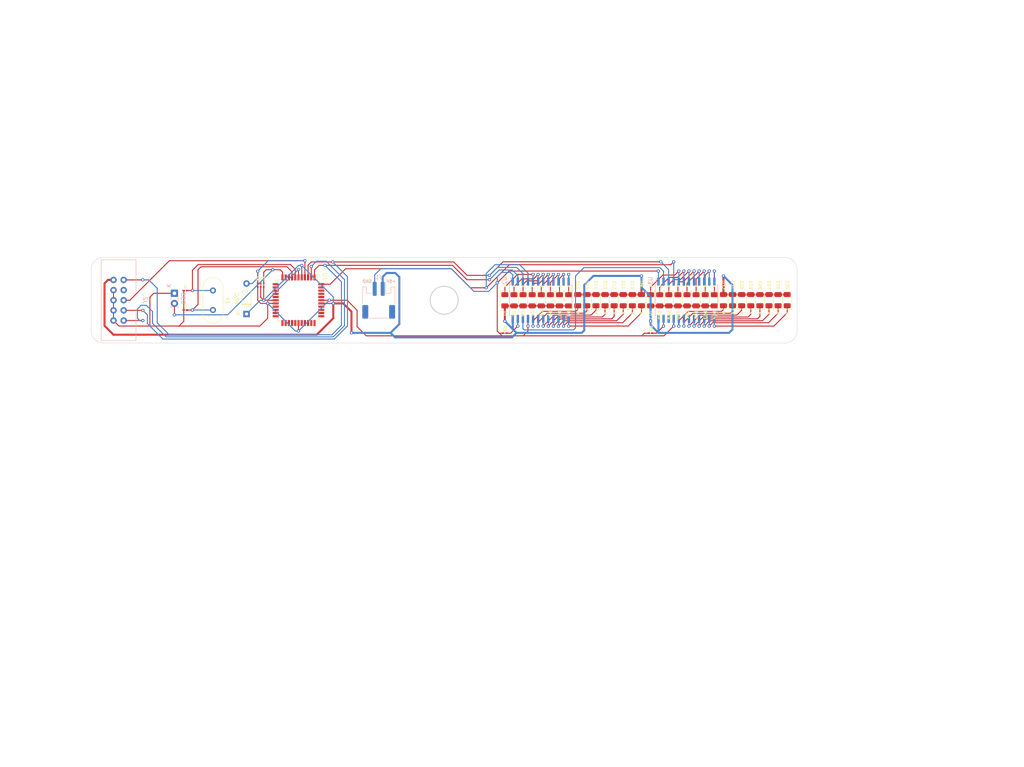
<source format=kicad_pcb>
(kicad_pcb (version 20221018) (generator pcbnew)
  (layers (0 "F.Cu" signal "Top Layer") (31 "B.Cu" signal "Bottom Layer") (34 "B.Paste" user "Bottom Paste") (35 "F.Paste" user "Top Paste") (36 "B.SilkS" user "Bottom Overlay") (37 "F.SilkS" user "Top Overlay") (38 "B.Mask" user "Bottom Solder") (39 "F.Mask" user "Top Solder") (44 "Edge.Cuts" user))
  (net 0 "")
  (net 1 "GND")
  (net 31 "+5V")
  (net 32 "Net-(U1-XTAL2)")
  (net 33 "Net-(U1-XTAL1)")
  (net 34 "Net-(J2-MOSI)")
  (net 36 "Net-(J2-SCK)")
  (net 37 "Net-(J2-MISO)")
  (net 38 "Net-(D1-K)")
  (net 39 "Net-(D2-K)")
  (net 40 "Net-(D3-K)")
  (net 41 "Net-(D4-K)")
  (net 42 "Net-(D5-K)")
  (net 43 "Net-(D6-K)")
  (net 44 "Net-(D7-K)")
  (net 45 "Net-(D8-K)")
  (net 46 "Net-(D9-K)")
  (net 47 "Net-(D10-K)")
  (net 48 "Net-(D11-K)")
  (net 49 "Net-(D12-K)")
  (net 50 "Net-(D13-K)")
  (net 51 "Net-(D14-K)")
  (net 52 "Net-(D15-K)")
  (net 53 "Net-(D16-K)")
  (net 54 "Net-(D17-K)")
  (net 55 "Net-(D18-K)")
  (net 56 "Net-(D19-K)")
  (net 57 "Net-(D20-K)")
  (net 58 "Net-(D21-K)")
  (net 59 "Net-(D22-K)")
  (net 60 "Net-(D23-K)")
  (net 61 "Net-(D24-K)")
  (net 62 "Net-(D25-K)")
  (net 63 "Net-(D26-K)")
  (net 64 "Net-(D27-K)")
  (net 65 "Net-(D28-K)")
  (net 66 "Net-(D29-K)")
  (net 67 "Net-(D30-K)")
  (net 68 "Net-(D31-K)")
  (net 69 "Net-(D32-K)")
  (net 70 "Net-(U2-RSET)")
  (net 71 "Net-(U3-RSET)")
  (net 72 "Net-(U1-PB4)")
  (net 73 "Net-(U2-SOUT)")
  (net 75 "Net-(D34-A)")
  (net 76 "Net-(D33-A)")
  (footprint "Resistor_SMD:R_0201_0603Metric_Pad0.64x0.40mm_HandSolder" (layer "F.Cu") (at 104.33861 80.86 90)
    (fp_text reference "R7")
    (fp_text value "10k")
  )
  (footprint "LED_SMD:LED_1206_3216Metric" (layer "F.Cu") (at 164.60861 84.66008 -90)
    (fp_text reference "D1")
    (fp_text value "LED")
  )
  (footprint "LED_SMD:LED_1206_3216Metric" (layer "F.Cu") (at 205.578932 84.66008 -90)
    (fp_text reference "D19")
    (fp_text value "LED")
  )
  (footprint "LED_SMD:LED_1206_3216Metric" (layer "F.Cu") (at 173.713126 84.66008 -90)
    (fp_text reference "D5")
    (fp_text value "LED")
  )
  (footprint "LED_SMD:LED_1206_3216Metric" (layer "F.Cu") (at 223.787964 84.62008 90)
    (fp_text reference "D30")
    (fp_text value "LED")
  )
  (footprint "LED_SMD:LED_1206_3216Metric" (layer "F.Cu") (at 219.235706 84.62008 90)
    (fp_text reference "D32")
    (fp_text value "LED")
  )
  (footprint "LED_SMD:LED_1206_3216Metric" (layer "F.Cu") (at 221.511835 84.62008 90)
    (fp_text reference "D31")
    (fp_text value "LED")
  )
  (footprint "LED_SMD:LED_1206_3216Metric" (layer "F.Cu") (at 198.750545 84.62008 90)
    (fp_text reference "D9")
    (fp_text value "LED")
  )
  (footprint "Diode_THT:D_DO-35_SOD27_P7.62mm_Horizontal" (layer "F.Cu") (at 100.05361 88.08 90)
    (fp_text reference "D34")
    (fp_text value "1N4148")
  )
  (footprint "Crystal:Crystal_HC49-4H_Vertical" (layer "F.Cu") (at 91.66361 87.09008 90)
    (fp_text reference "Y1")
    (fp_text value "Crystal")
  )
  (footprint "LED_SMD:LED_1206_3216Metric" (layer "F.Cu") (at 169.160868 84.66008 -90)
    (fp_text reference "D3")
    (fp_text value "LED")
  )
  (footprint "Resistor_SMD:R_0201_0603Metric_Pad0.64x0.40mm_HandSolder" (layer "F.Cu") (at 164.60861 92.88 180)
    (fp_text reference "R5")
    (fp_text value "22k")
  )
  (footprint "Resistor_SMD:R_0201_0603Metric_Pad0.64x0.40mm_HandSolder" (layer "F.Cu") (at 103.59111 80.86 90)
    (fp_text reference "R8")
    (fp_text value "10k")
  )
  (footprint "LED_SMD:LED_1206_3216Metric" (layer "F.Cu") (at 230.616351 84.62008 90)
    (fp_text reference "D27")
    (fp_text value "LED")
  )
  (footprint "LED_SMD:LED_1206_3216Metric" (layer "F.Cu") (at 201.026674 84.66008 -90)
    (fp_text reference "D17")
    (fp_text value "LED")
  )
  (footprint "LED_SMD:LED_1206_3216Metric" (layer "F.Cu") (at 166.884739 84.66008 -90)
    (fp_text reference "D2")
    (fp_text value "LED")
  )
  (footprint "LED_SMD:LED_1206_3216Metric" (layer "F.Cu") (at 189.646029 84.62008 90)
    (fp_text reference "D13")
    (fp_text value "LED")
  )
  (footprint "Capacitor_SMD:C_0201_0603Metric_Pad0.64x0.40mm_HandSolder" (layer "F.Cu") (at 102.84361 80.86 -90)
    (fp_text reference "C6")
    (fp_text value "100nF")
  )
  (footprint "LED_SMD:LED_1206_3216Metric" (layer "F.Cu") (at 191.922158 84.62008 90)
    (fp_text reference "D12")
    (fp_text value "LED")
  )
  (footprint "Package_QFP:TQFP-44_10x10mm_P0.8mm" (layer "F.Cu") (at 113.03861 84.64008 -90)
    (fp_text reference "U1")
    (fp_text value "ATmega32-16A")
  )
  (footprint "LED_SMD:LED_1206_3216Metric" (layer "F.Cu") (at 207.855061 84.66008 -90)
    (fp_text reference "D20")
    (fp_text value "LED")
  )
  (footprint "LED_SMD:LED_1206_3216Metric" (layer "F.Cu") (at 228.340222 84.62008 90)
    (fp_text reference "D28")
    (fp_text value "LED")
  )
  (footprint "LED_SMD:LED_1206_3216Metric" (layer "F.Cu") (at 182.817642 84.62008 90)
    (fp_text reference "D16")
    (fp_text value "LED")
  )
  (footprint "LED_SMD:LED_1206_3216Metric" (layer "F.Cu") (at 212.407319 84.66008 -90)
    (fp_text reference "D22")
    (fp_text value "LED")
  )
  (footprint "LED_SMD:LED_1206_3216Metric" (layer "F.Cu") (at 196.474416 84.62008 90)
    (fp_text reference "D10")
    (fp_text value "LED")
  )
  (footprint "LED_SMD:LED_1206_3216Metric" (layer "F.Cu") (at 187.3699 84.62008 90)
    (fp_text reference "D14")
    (fp_text value "LED")
  )
  (footprint "LED_SMD:LED_1206_3216Metric" (layer "F.Cu") (at 226.064093 84.62008 90)
    (fp_text reference "D29")
    (fp_text value "LED")
  )
  (footprint "LED_SMD:LED_1206_3216Metric" (layer "F.Cu") (at 235.168609 84.62008 90)
    (fp_text reference "D25")
    (fp_text value "LED")
  )
  (footprint "LED_SMD:LED_1206_3216Metric" (layer "F.Cu") (at 216.959577 84.66008 -90)
    (fp_text reference "D24")
    (fp_text value "LED")
  )
  (footprint "LED_SMD:LED_1206_3216Metric" (layer "F.Cu") (at 203.302803 84.66008 -90)
    (fp_text reference "D18")
    (fp_text value "LED")
  )
  (footprint "LED_SMD:LED_1206_3216Metric" (layer "F.Cu") (at 180.541513 84.66008 -90)
    (fp_text reference "D8")
    (fp_text value "LED")
  )
  (footprint "LED_SMD:LED_1206_3216Metric" (layer "F.Cu") (at 175.989255 84.66008 -90)
    (fp_text reference "D6")
    (fp_text value "LED")
  )
  (footprint "Resistor_SMD:R_0201_0603Metric_Pad0.64x0.40mm_HandSolder" (layer "F.Cu") (at 201.026674 92.88 180)
    (fp_text reference "R6")
    (fp_text value "22k")
  )
  (footprint "Capacitor_SMD:C_0201_0603Metric_Pad0.64x0.40mm_HandSolder" (layer "F.Cu") (at 84.77 82.22 180)
    (fp_text reference "C5")
    (fp_text value "22p")
  )
  (footprint "LED_SMD:LED_1206_3216Metric" (layer "F.Cu") (at 178.265384 84.66008 -90)
    (fp_text reference "D7")
    (fp_text value "LED")
  )
  (footprint "LED_SMD:LED_1206_3216Metric" (layer "F.Cu") (at 214.683448 84.66008 -90)
    (fp_text reference "D23")
    (fp_text value "LED")
  )
  (footprint "LED_SMD:LED_1206_3216Metric" (layer "F.Cu") (at 232.89248 84.62008 90)
    (fp_text reference "D26")
    (fp_text value "LED")
  )
  (footprint "LED_SMD:LED_1206_3216Metric" (layer "F.Cu") (at 185.093771 84.62008 90)
    (fp_text reference "D15")
    (fp_text value "LED")
  )
  (footprint "LED_SMD:LED_1206_3216Metric" (layer "F.Cu") (at 210.13119 84.66008 -90)
    (fp_text reference "D21")
    (fp_text value "LED")
  )
  (footprint "LED_SMD:LED_1206_3216Metric" (layer "F.Cu") (at 194.198287 84.62008 90)
    (fp_text reference "D11")
    (fp_text value "LED")
  )
  (footprint "Capacitor_SMD:C_0201_0603Metric_Pad0.64x0.40mm_HandSolder" (layer "F.Cu") (at 84.77 87.09008 180)
    (fp_text reference "C4")
    (fp_text value "22p")
  )
  (footprint "LED_SMD:LED_1206_3216Metric" (layer "F.Cu") (at 171.436997 84.66008 -90)
    (fp_text reference "D4")
    (fp_text value "LED")
  )
  (footprint "Package_SO:SOIC-24W_7.5x15.4mm_P1.27mm" (layer "B.Cu") (at 173.56361 84.64008 -90)
    (fp_text reference "U2")
    (fp_text value "CAT4016Y")
  )
  (footprint "Connectors:ISP-10" (layer "B.Cu") (at 68.07861 84.64008 -90)
    (fp_text reference "J2")
    (fp_text value "AVR-ISP-10")
  )
  (footprint "LED_THT:LED_SideEmitter_Rectangular_W4.5mm_H1.6mm" (layer "B.Cu") (at 82.03861 82.905 -90)
    (fp_text reference "D33")
    (fp_text value "IRL81A")
  )
  (footprint "Package_SO:SOIC-24W_7.5x15.4mm_P1.27mm" (layer "B.Cu") (at 209.98361 84.64008 -90)
    (fp_text reference "U3")
    (fp_text value "CAT4016Y")
  )
  (footprint "Connector_JST:JST_PH_S2B-PH-SM4-TB_1x02-1MP_P2.00mm_Horizontal" (layer "B.Cu") (at 133.08 84.64008 180)
    (fp_text reference "J1")
    (fp_text value "Barrel_Jack")
  )
  (gr_line (start 64.29461 95.34008) (end 234.57861 95.34008) (stroke (width 0.1)) (layer "Edge.Cuts"))
  (gr_arc (start 234.57861 73.94008) (mid 236.749428 74.839262) (end 237.64861 77.01008) (stroke (width 0.1)) (layer "Edge.Cuts"))
  (gr_line (start 61.22461 77.01008) (end 61.22461 92.27008) (stroke (width 0.1)) (layer "Edge.Cuts"))
  (gr_arc (start 61.22461 77.01008) (mid 62.123792 74.839262) (end 64.29461 73.94008) (stroke (width 0.1)) (layer "Edge.Cuts"))
  (gr_arc (start 237.64861 92.27008) (mid 236.749428 94.440898) (end 234.57861 95.34008) (stroke (width 0.1)) (layer "Edge.Cuts"))
  (gr_arc (start 64.29461 95.34008) (mid 62.123792 94.440898) (end 61.22461 92.27008) (stroke (width 0.1)) (layer "Edge.Cuts"))
  (gr_line (start 234.57861 73.94008) (end 64.29461 73.94008) (stroke (width 0.1)) (layer "Edge.Cuts"))
  (gr_line (start 237.64861 77.01008) (end 237.64861 92.27008) (stroke (width 0.1)) (layer "Edge.Cuts"))
  (gr_circle (center 149.43661 84.64008) (end 152.93661 84.64008) (stroke (width 0.25)) (fill none) (layer "Edge.Cuts"))
  (gr_text "K" (at 80.66 81 90) (layer "B.SilkS") (effects (font (size 1 1) (thickness 0.15) bold)))
  (gr_text "GND" (at 130.2 79.92) (layer "B.SilkS") (effects (font (size 0.75 0.75) (thickness 0.15) bold) (justify mirror)))
  (gr_text "+5V" (at 136.26 79.92) (layer "B.SilkS") (effects (font (size 0.75 0.75) (thickness 0.15) bold) (justify mirror)))
  (gr_text "K" (at 175.98361 81.257143 270) (layer "F.SilkS") (effects (font (size 0.75 0.75) (thickness 0.15) bold)))
  (gr_text "K" (at 171.45361 81.257143 270) (layer "F.SilkS") (effects (font (size 0.75 0.75) (thickness 0.15) bold)))
  (gr_text "K" (at 178.27361 81.257143 270) (layer "F.SilkS") (effects (font (size 0.75 0.75) (thickness 0.15) bold)))
  (gr_text "K" (at 198.75361 87.928571 270) (layer "F.SilkS") (effects (font (size 0.75 0.75) (thickness 0.15) bold)))
  (gr_text "K" (at 203.31361 81.21 270) (layer "F.SilkS") (effects (font (size 0.75 0.75) (thickness 0.15) bold)))
  (gr_text "K" (at 191.95361 87.928571 270) (layer "F.SilkS") (effects (font (size 0.75 0.75) (thickness 0.15) bold)))
  (gr_text "K" (at 216.97361 81.21 270) (layer "F.SilkS") (effects (font (size 0.75 0.75) (thickness 0.15) bold)))
  (gr_text "K" (at 214.68361 81.21 270) (layer "F.SilkS") (effects (font (size 0.75 0.75) (thickness 0.15) bold)))
  (gr_text "K" (at 187.36361 87.928571 270) (layer "F.SilkS") (effects (font (size 0.75 0.75) (thickness 0.15) bold)))
  (gr_text "K" (at 173.71361 81.257143 270) (layer "F.SilkS") (effects (font (size 0.75 0.75) (thickness 0.15) bold)))
  (gr_text "K" (at 230.62361 87.928571 270) (layer "F.SilkS") (effects (font (size 0.75 0.75) (thickness 0.15) bold)))
  (gr_text "K" (at 180.53361 81.257143 270) (layer "F.SilkS") (effects (font (size 0.75 0.75) (thickness 0.15) bold)))
  (gr_text "K" (at 205.58361 81.21 270) (layer "F.SilkS") (effects (font (size 0.75 0.75) (thickness 0.15) bold)))
  (gr_text "K" (at 210.14361 81.21 270) (layer "F.SilkS") (effects (font (size 0.75 0.75) (thickness 0.15) bold)))
  (gr_text "K" (at 223.78361 87.928571 270) (layer "F.SilkS") (effects (font (size 0.75 0.75) (thickness 0.15) bold)))
  (gr_text "K" (at 194.18361 87.928571 270) (layer "F.SilkS") (effects (font (size 0.75 0.75) (thickness 0.15) bold)))
  (gr_text "K" (at 196.47361 87.928571 270) (layer "F.SilkS") (effects (font (size 0.75 0.75) (thickness 0.15) bold)))
  (gr_text "K" (at 232.89361 87.928571 270) (layer "F.SilkS") (effects (font (size 0.75 0.75) (thickness 0.15) bold)))
  (gr_text "K" (at 221.52361 87.928571 270) (layer "F.SilkS") (effects (font (size 0.75 0.75) (thickness 0.15) bold)))
  (gr_text "K" (at 164.62361 81.257143 270) (layer "F.SilkS") (effects (font (size 0.75 0.75) (thickness 0.15) bold)))
  (gr_text "K" (at 166.87361 81.257143 270) (layer "F.SilkS") (effects (font (size 0.75 0.75) (thickness 0.15) bold)))
  (gr_text "K" (at 207.85361 81.21 270) (layer "F.SilkS") (effects (font (size 0.75 0.75) (thickness 0.15) bold)))
  (gr_text "K" (at 212.41361 81.21 270) (layer "F.SilkS") (effects (font (size 0.75 0.75) (thickness 0.15) bold)))
  (gr_text "K" (at 219.23361 87.928571 270) (layer "F.SilkS") (effects (font (size 0.75 0.75) (thickness 0.15) bold)))
  (gr_text "K" (at 235.18361 87.928571 270) (layer "F.SilkS") (effects (font (size 0.75 0.75) (thickness 0.15) bold)))
  (gr_text "K" (at 185.11361 87.928571 270) (layer "F.SilkS") (effects (font (size 0.75 0.75) (thickness 0.15) bold)))
  (gr_text "K" (at 182.83361 87.928571 270) (layer "F.SilkS") (effects (font (size 0.75 0.75) (thickness 0.15) bold)))
  (gr_text "K" (at 189.68361 87.928571 270) (layer "F.SilkS") (effects (font (size 0.75 0.75) (thickness 0.15) bold)))
  (gr_text "K" (at 201.01361 81.21 270) (layer "F.SilkS") (effects (font (size 0.75 0.75) (thickness 0.15) bold)))
  (gr_text "K" (at 228.35361 87.928571 270) (layer "F.SilkS") (effects (font (size 0.75 0.75) (thickness 0.15) bold)))
  (gr_text "K" (at 226.03361 87.928571 270) (layer "F.SilkS") (effects (font (size 0.75 0.75) (thickness 0.15) bold)))
  (gr_text "K" (at 169.14361 81.257143 270) (layer "F.SilkS") (effects (font (size 0.75 0.75) (thickness 0.15) bold)))
  (segment (start 127.69 87.16) (end 127.69 91.26) (width 0.25) (layer "F.Cu") (net 1))
  (segment (start 66.80861 84.64008) (end 66.80861 87.18008) (width 0.25) (layer "F.Cu") (net 1))
  (segment (start 75.9 83.88) (end 76.875 82.905) (width 0.25) (layer "F.Cu") (net 1))
  (segment (start 102.84361 84.67) (end 103.61369 85.44008) (width 0.25) (layer "F.Cu") (net 1))
  (segment (start 170.38861 91.1) (end 170.38861 92.335) (width 0.25) (layer "F.Cu") (net 1))
  (segment (start 103.38361 91.1) (end 105.33861 89.145) (width 0.25) (layer "F.Cu") (net 1))
  (segment (start 163.91361 93.55) (end 162.71361 92.35) (width 0.25) (layer "F.Cu") (net 1))
  (segment (start 75.92 91.1) (end 83.17 91.1) (width 0.25) (layer "F.Cu") (net 1))
  (segment (start 162.71361 92.35) (end 162.71361 80.28) (width 0.25) (layer "F.Cu") (net 1))
  (segment (start 84.3625 87.09008) (end 84.3625 89.9075) (width 0.25) (layer "F.Cu") (net 1))
  (segment (start 83.17 91.1) (end 103.38361 91.1) (width 0.25) (layer "F.Cu") (net 1))
  (segment (start 105.33861 89.145) (end 105.33861 85.44008) (width 0.25) (layer "F.Cu") (net 1))
  (segment (start 84.3625 89.9075) (end 83.17 91.1) (width 0.25) (layer "F.Cu") (net 1))
  (segment (start 198.80361 93.55) (end 169.17361 93.55) (width 0.25) (layer "F.Cu") (net 1))
  (segment (start 75.9 91.08) (end 75.9 83.88) (width 0.25) (layer "F.Cu") (net 1))
  (segment (start 204.35861 93.55) (end 198.80361 93.55) (width 0.25) (layer "F.Cu") (net 1))
  (segment (start 84.3625 82.22) (end 84.3625 87.09008) (width 0.25) (layer "F.Cu") (net 1))
  (segment (start 125.17008 84.64008) (end 127.69 87.16) (width 0.25) (layer "F.Cu") (net 1))
  (segment (start 76.875 82.905) (end 82.03861 82.905) (width 0.25) (layer "F.Cu") (net 1))
  (segment (start 103.61369 85.44008) (end 105.33861 85.44008) (width 0.25) (layer "F.Cu") (net 1))
  (segment (start 113.03861 76.94008) (end 113.03861 78.94008) (width 0.25) (layer "F.Cu") (net 1))
  (segment (start 75.92 91.1) (end 75.9 91.08) (width 0.25) (layer "F.Cu") (net 1))
  (segment (start 164.20111 92.88) (end 163.24361 92.88) (width 0.25) (layer "F.Cu") (net 1))
  (segment (start 129.98 93.55) (end 169.17361 93.55) (width 0.25) (layer "F.Cu") (net 1))
  (segment (start 66.80861 89.72008) (end 68.18853 91.1) (width 0.25) (layer "F.Cu") (net 1))
  (segment (start 113.03861 92.34008) (end 113.03861 90.34008) (width 0.25) (layer "F.Cu") (net 1))
  (segment (start 170.38861 92.335) (end 169.17361 93.55) (width 0.25) (layer "F.Cu") (net 1))
  (segment (start 68.18853 91.1) (end 75.92 91.1) (width 0.25) (layer "F.Cu") (net 1))
  (segment (start 66.80861 82.10008) (end 66.80861 84.64008) (width 0.25) (layer "F.Cu") (net 1))
  (segment (start 120.73861 84.64008) (end 125.17008 84.64008) (width 0.25) (layer "F.Cu") (net 1))
  (segment (start 127.69 91.26) (end 129.98 93.55) (width 0.25) (layer "F.Cu") (net 1))
  (segment (start 120.73861 84.64008) (end 118.73861 84.64008) (width 0.25) (layer "F.Cu") (net 1))
  (segment (start 102.84361 81.2675) (end 102.84361 84.67) (width 0.25) (layer "F.Cu") (net 1))
  (segment (start 162.71361 80.28) (end 165.64361 77.35) (width 0.25) (layer "F.Cu") (net 1))
  (segment (start 107.33861 85.44008) (end 105.33861 85.44008) (width 0.25) (layer "F.Cu") (net 1))
  (segment (start 66.80861 87.18008) (end 66.80861 89.72008) (width 0.25) (layer "F.Cu") (net 1))
  (segment (start 200.619174 92.88) (end 199.47361 92.88) (width 0.25) (layer "F.Cu") (net 1))
  (segment (start 199.47361 92.88) (end 198.80361 93.55) (width 0.25) (layer "F.Cu") (net 1))
  (segment (start 206.80861 91.1) (end 204.35861 93.55) (width 0.25) (layer "F.Cu") (net 1))
  (segment (start 165.64361 77.35) (end 202.96861 77.35) (width 0.25) (layer "F.Cu") (net 1))
  (via (at 206.80861 91.1) (size 0.8) (drill 0.4) (layers "F.Cu" "B.Cu") (net 1))
  (via (at 162.71361 80.28) (size 0.8) (drill 0.4) (layers "F.Cu" "B.Cu") (net 1))
  (via (at 113.03861 76.94008) (size 0.8) (drill 0.4) (layers "F.Cu" "B.Cu") (net 1))
  (via (at 202.96861 77.35) (size 0.8) (drill 0.4) (layers "F.Cu" "B.Cu") (net 1))
  (via (at 105.33861 85.44008) (size 0.8) (drill 0.4) (layers "F.Cu" "B.Cu") (net 1))
  (via (at 113.03861 92.34008) (size 0.8) (drill 0.4) (layers "F.Cu" "B.Cu") (net 1))
  (via (at 120.73861 84.64008) (size 0.8) (drill 0.4) (layers "F.Cu" "B.Cu") (net 1))
  (via (at 170.38861 91.1) (size 0.8) (drill 0.4) (layers "F.Cu" "B.Cu") (net 1))
  (segment (start 160.56361 82.43) (end 162.71361 80.28) (width 0.25) (layer "B.Cu") (net 1))
  (segment (start 165.99361 77.7) (end 163.78361 77.7) (width 0.25) (layer "B.Cu") (net 1))
  (segment (start 166.57861 78.285) (end 165.99361 77.7) (width 0.25) (layer "B.Cu") (net 1))
  (segment (start 206.80861 91.1) (end 206.80861 89.29008) (width 0.25) (layer "B.Cu") (net 1))
  (segment (start 120.73861 84.64008) (end 113.03861 92.34008) (width 0.25) (layer "B.Cu") (net 1))
  (segment (start 156.88 82.43) (end 160.56361 82.43) (width 0.25) (layer "B.Cu") (net 1))
  (segment (start 105.33861 85.44008) (end 105.33861 84.64008) (width 0.25) (layer "B.Cu") (net 1))
  (segment (start 113.03861 92.34008) (end 112.23861 92.34008) (width 0.25) (layer "B.Cu") (net 1))
  (segment (start 132.08 78.3) (end 133.62 76.76) (width 0.25) (layer "B.Cu") (net 1))
  (segment (start 163.78361 77.7) (end 162.71361 78.77) (width 0.25) (layer "B.Cu") (net 1))
  (segment (start 132.08 81.79008) (end 132.08 78.3) (width 0.25) (layer "B.Cu") (net 1))
  (segment (start 112.23861 92.34008) (end 105.33861 85.44008) (width 0.25) (layer "B.Cu") (net 1))
  (segment (start 162.71361 78.77) (end 162.71361 80.28) (width 0.25) (layer "B.Cu") (net 1))
  (segment (start 133.62 76.76) (end 151.21 76.76) (width 0.25) (layer "B.Cu") (net 1))
  (segment (start 170.38861 89.29008) (end 170.38861 91.1) (width 0.25) (layer "B.Cu") (net 1))
  (segment (start 166.57861 79.99008) (end 166.57861 78.285) (width 0.25) (layer "B.Cu") (net 1))
  (segment (start 151.21 76.76) (end 156.88 82.43) (width 0.25) (layer "B.Cu") (net 1))
  (segment (start 202.99861 79.99008) (end 202.99861 77.38) (width 0.25) (layer "B.Cu") (net 1))
  (segment (start 105.33861 84.64008) (end 113.03861 76.94008) (width 0.25) (layer "B.Cu") (net 1))
  (segment (start 202.99861 77.38) (end 202.96861 77.35) (width 0.25) (layer "B.Cu") (net 1))
  (segment (start 194.198287 83.22008) (end 196.474416 83.22008) (width 0.5) (layer "F.Cu") (net 31))
  (segment (start 219.235706 83.22008) (end 221.511835 83.22008) (width 0.5) (layer "F.Cu") (net 31))
  (segment (start 103.59111 83.9025) (end 104.33861 84.65) (width 0.25) (layer "F.Cu") (net 31))
  (segment (start 223.787964 83.22008) (end 226.064093 83.22008) (width 0.5) (layer "F.Cu") (net 31))
  (segment (start 107.33861 84.64008) (end 104.34853 84.64008) (width 0.25) (layer "F.Cu") (net 31))
  (segment (start 230.616351 83.22008) (end 228.340222 83.22008) (width 0.5) (layer "F.Cu") (net 31))
  (segment (start 203.302803 86.06008) (end 205.578932 86.06008) (width 0.5) (layer "F.Cu") (net 31))
  (segment (start 221.511835 83.22008) (end 223.787964 83.22008) (width 0.5) (layer "F.Cu") (net 31))
  (segment (start 212.407319 86.06008) (end 210.13119 86.06008) (width 0.5) (layer "F.Cu") (net 31))
  (segment (start 64.56361 91.03) (end 64.56361 80.42) (width 0.5) (layer "F.Cu") (net 31))
  (segment (start 65.42353 79.56008) (end 66.80861 79.56008) (width 0.5) (layer "F.Cu") (net 31))
  (segment (start 235.168609 83.22008) (end 232.89248 83.22008) (width 0.5) (layer "F.Cu") (net 31))
  (segment (start 198.750545 83.22008) (end 196.474416 83.22008) (width 0.5) (layer "F.Cu") (net 31))
  (segment (start 185.093771 83.22008) (end 187.3699 83.22008) (width 0.5) (layer "F.Cu") (net 31))
  (segment (start 191.922158 83.22008) (end 194.198287 83.22008) (width 0.5) (layer "F.Cu") (net 31))
  (segment (start 66.79361 93.26) (end 64.56361 91.03) (width 0.5) (layer "F.Cu") (net 31))
  (segment (start 232.89248 83.22008) (end 230.616351 83.22008) (width 0.5) (layer "F.Cu") (net 31))
  (segment (start 121.73861 85.44008) (end 124.22369 85.44008) (width 0.5) (layer "F.Cu") (net 31))
  (segment (start 201.026674 86.06008) (end 203.302803 86.06008) (width 0.5) (layer "F.Cu") (net 31))
  (segment (start 121.73861 85.44008) (end 118.73861 85.44008) (width 0.25) (layer "F.Cu") (net 31))
  (segment (start 210.13119 86.06008) (end 207.855061 86.06008) (width 0.5) (layer "F.Cu") (net 31))
  (segment (start 228.340222 83.22008) (end 226.064093 83.22008) (width 0.5) (layer "F.Cu") (net 31))
  (segment (start 180.541513 86.06008) (end 178.265384 86.06008) (width 0.5) (layer "F.Cu") (net 31))
  (segment (start 207.855061 86.06008) (end 205.578932 86.06008) (width 0.5) (layer "F.Cu") (net 31))
  (segment (start 166.884739 86.06008) (end 169.160868 86.06008) (width 0.5) (layer "F.Cu") (net 31))
  (segment (start 171.436997 86.06008) (end 173.713126 86.06008) (width 0.5) (layer "F.Cu") (net 31))
  (segment (start 198.750545 83.22008) (end 198.750545 78.56) (width 0.5) (layer "F.Cu") (net 31))
  (segment (start 117.61361 93.26) (end 66.79361 93.26) (width 0.5) (layer "F.Cu") (net 31))
  (segment (start 216.959577 86.06008) (end 214.683448 86.06008) (width 0.5) (layer "F.Cu") (net 31))
  (segment (start 182.817642 83.22008) (end 185.093771 83.22008) (width 0.5) (layer "F.Cu") (net 31))
  (segment (start 219.235706 83.22008) (end 219.235706 78.56) (width 0.5) (layer "F.Cu") (net 31))
  (segment (start 214.683448 86.06008) (end 212.407319 86.06008) (width 0.5) (layer "F.Cu") (net 31))
  (segment (start 173.713126 86.06008) (end 175.989255 86.06008) (width 0.5) (layer "F.Cu") (net 31))
  (segment (start 121.73861 85.44008) (end 121.73861 89.135) (width 0.5) (layer "F.Cu") (net 31))
  (segment (start 113.83861 78.94008) (end 113.83861 75.94008) (width 0.25) (layer "F.Cu") (net 31))
  (segment (start 189.646029 83.22008) (end 191.922158 83.22008) (width 0.5) (layer "F.Cu") (net 31))
  (segment (start 175.989255 86.06008) (end 178.265384 86.06008) (width 0.5) (layer "F.Cu") (net 31))
  (segment (start 187.3699 83.22008) (end 189.646029 83.22008) (width 0.5) (layer "F.Cu") (net 31))
  (segment (start 201.026674 89.88) (end 201.026674 86.06008) (width 0.5) (layer "F.Cu") (net 31))
  (segment (start 121.73861 89.135) (end 117.61361 93.26) (width 0.5) (layer "F.Cu") (net 31))
  (segment (start 103.59111 81.2675) (end 103.59111 83.9025) (width 0.25) (layer "F.Cu") (net 31))
  (segment (start 64.56361 80.42) (end 65.42353 79.56008) (width 0.5) (layer "F.Cu") (net 31))
  (segment (start 169.160868 86.06008) (end 171.436997 86.06008) (width 0.5) (layer "F.Cu") (net 31))
  (segment (start 104.33861 81.2675) (end 104.33861 84.65) (width 0.25) (layer "F.Cu") (net 31))
  (segment (start 164.60861 86.06008) (end 164.60861 89.88) (width 0.5) (layer "F.Cu") (net 31))
  (segment (start 104.34853 84.64008) (end 104.33861 84.65) (width 0.25) (layer "F.Cu") (net 31))
  (segment (start 126.27361 87.49) (end 126.27361 92.79) (width 0.5) (layer "F.Cu") (net 31))
  (segment (start 164.60861 86.06008) (end 166.884739 86.06008) (width 0.5) (layer "F.Cu") (net 31))
  (segment (start 124.22369 85.44008) (end 126.27361 87.49) (width 0.5) (layer "F.Cu") (net 31))
  (via (at 201.026674 89.88) (size 0.8) (drill 0.4) (layers "F.Cu" "B.Cu") (net 31))
  (via (at 121.73861 85.44008) (size 0.8) (drill 0.4) (layers "F.Cu" "B.Cu") (net 31))
  (via (at 104.33861 84.65) (size 0.8) (drill 0.4) (layers "F.Cu" "B.Cu") (net 31))
  (via (at 126.27361 92.79) (size 0.8) (drill 0.4) (layers "F.Cu" "B.Cu") (net 31))
  (via (at 198.750545 78.56) (size 0.8) (drill 0.4) (layers "F.Cu" "B.Cu") (net 31))
  (via (at 164.60861 89.88) (size 0.8) (drill 0.4) (layers "F.Cu" "B.Cu") (net 31))
  (via (at 113.83861 75.94008) (size 0.8) (drill 0.4) (layers "F.Cu" "B.Cu") (net 31))
  (via (at 219.235706 78.56) (size 0.8) (drill 0.4) (layers "F.Cu" "B.Cu") (net 31))
  (segment (start 137.19 93.94) (end 166.36861 93.94) (width 0.5) (layer "B.Cu") (net 31))
  (segment (start 121.73861 83.84008) (end 113.83861 75.94008) (width 0.25) (layer "B.Cu") (net 31))
  (segment (start 221.49861 91.93) (end 220.62861 92.8) (width 0.5) (layer "B.Cu") (net 31))
  (segment (start 135.06 77.83) (end 137.23 77.83) (width 0.5) (layer "B.Cu") (net 31))
  (segment (start 198.750545 78.56) (end 186.74 78.56) (width 0.5) (layer "B.Cu") (net 31))
  (segment (start 137.23 77.83) (end 138.24 78.84) (width 0.5) (layer "B.Cu") (net 31))
  (segment (start 184.45861 80.84139) (end 184.45861 92.175) (width 0.5) (layer "B.Cu") (net 31))
  (segment (start 166.57861 91.85) (end 167.51861 92.79) (width 0.5) (layer "B.Cu") (net 31))
  (segment (start 184.45861 92.175) (end 183.84361 92.79) (width 0.5) (layer "B.Cu") (net 31))
  (segment (start 198.750545 81.45) (end 201.026674 83.726129) (width 0.5) (layer "B.Cu") (net 31))
  (segment (start 134.08 78.81) (end 135.06 77.83) (width 0.5) (layer "B.Cu") (net 31))
  (segment (start 103.48361 84.65) (end 104.33861 84.65) (width 0.25) (layer "B.Cu") (net 31))
  (segment (start 121.73861 85.38) (end 121.73861 83.84008) (width 0.25) (layer "B.Cu") (net 31))
  (segment (start 219.235706 78.56) (end 221.49861 80.822904) (width 0.5) (layer "B.Cu") (net 31))
  (segment (start 113.83861 75.94008) (end 113.04853 75.94008) (width 0.25) (layer "B.Cu") (net 31))
  (segment (start 166.57861 91.85) (end 166.57861 89.29008) (width 0.5) (layer "B.Cu") (net 31))
  (segment (start 138.24 90.59) (end 136.04 92.79) (width 0.5) (layer "B.Cu") (net 31))
  (segment (start 136.04 92.79) (end 137.19 93.94) (width 0.5) (layer "B.Cu") (net 31))
  (segment (start 201.026674 83.726129) (end 201.026674 89.88) (width 0.5) (layer "B.Cu") (net 31))
  (segment (start 202.99861 89.29008) (end 202.99861 92.8) (width 0.5) (layer "B.Cu") (net 31))
  (segment (start 183.84361 92.79) (end 167.51861 92.79) (width 0.5) (layer "B.Cu") (net 31))
  (segment (start 220.62861 92.8) (end 202.99861 92.8) (width 0.5) (layer "B.Cu") (net 31))
  (segment (start 113.04853 75.94008) (end 104.33861 84.65) (width 0.25) (layer "B.Cu") (net 31))
  (segment (start 166.36861 93.94) (end 167.51861 92.79) (width 0.5) (layer "B.Cu") (net 31))
  (segment (start 201.026674 90.828064) (end 201.026674 89.88) (width 0.5) (layer "B.Cu") (net 31))
  (segment (start 202.99861 92.8) (end 201.026674 90.828064) (width 0.5) (layer "B.Cu") (net 31))
  (segment (start 100.05361 88.08) (end 103.48361 84.65) (width 0.25) (layer "B.Cu") (net 31))
  (segment (start 138.24 78.84) (end 138.24 90.59) (width 0.5) (layer "B.Cu") (net 31))
  (segment (start 126.27361 92.79) (end 136.04 92.79) (width 0.5) (layer "B.Cu") (net 31))
  (segment (start 186.74 78.56) (end 184.45861 80.84139) (width 0.5) (layer "B.Cu") (net 31))
  (segment (start 134.08 81.79008) (end 134.08 78.81) (width 0.5) (layer "B.Cu") (net 31))
  (segment (start 164.60861 89.88) (end 166.57861 91.85) (width 0.5) (layer "B.Cu") (net 31))
  (segment (start 198.750545 78.56) (end 198.750545 81.45) (width 0.5) (layer "B.Cu") (net 31))
  (segment (start 221.49861 80.822904) (end 221.49861 91.93) (width 0.5) (layer "B.Cu") (net 31))
  (segment (start 86.53361 77.14639) (end 87.96 75.72) (width 0.25) (layer "F.Cu") (net 32))
  (segment (start 86.53361 82.21008) (end 86.53361 77.14639) (width 0.25) (layer "F.Cu") (net 32))
  (segment (start 85.1775 82.22) (end 86.52369 82.22) (width 0.25) (layer "F.Cu") (net 32))
  (segment (start 112.23861 76.92) (end 112.23861 78.94008) (width 0.25) (layer "F.Cu") (net 32))
  (segment (start 87.96 75.72) (end 111.03861 75.72) (width 0.25) (layer "F.Cu") (net 32))
  (segment (start 111.03861 75.72) (end 112.23861 76.92) (width 0.25) (layer "F.Cu") (net 32))
  (segment (start 86.52369 82.22) (end 86.53361 82.21008) (width 0.25) (layer "F.Cu") (net 32))
  (via (at 86.53361 82.21008) (size 0.8) (drill 0.4) (layers "F.Cu" "B.Cu") (net 32))
  (segment (start 86.53361 82.21008) (end 91.66361 82.21008) (width 0.25) (layer "B.Cu") (net 32))
  (segment (start 111.43861 77.55) (end 111.43861 78.94008) (width 0.25) (layer "F.Cu") (net 33))
  (segment (start 86.53361 87.09008) (end 87.93 85.69369) (width 0.25) (layer "F.Cu") (net 33))
  (segment (start 87.93 77) (end 88.66 76.27) (width 0.25) (layer "F.Cu") (net 33))
  (segment (start 88.66 76.27) (end 110.15861 76.27) (width 0.25) (layer "F.Cu") (net 33))
  (segment (start 87.93 85.69369) (end 87.93 77) (width 0.25) (layer "F.Cu") (net 33))
  (segment (start 85.1775 87.09008) (end 86.53361 87.09008) (width 0.25) (layer "F.Cu") (net 33))
  (segment (start 110.15861 76.27) (end 111.43861 77.55) (width 0.25) (layer "F.Cu") (net 33))
  (via (at 86.53361 87.09008) (size 0.8) (drill 0.4) (layers "F.Cu" "B.Cu") (net 33))
  (segment (start 86.53361 87.09008) (end 91.66361 87.09008) (width 0.25) (layer "B.Cu") (net 33))
  (segment (start 155.11861 79.51) (end 160.77861 79.51) (width 0.25) (layer "F.Cu") (net 34))
  (segment (start 151.52361 75.915) (end 151.53861 75.93) (width 0.25) (layer "F.Cu") (net 34))
  (segment (start 151.53861 75.93) (end 155.11861 79.51) (width 0.25) (layer "F.Cu") (net 34))
  (segment (start 119.56361 75.915) (end 151.52361 75.915) (width 0.25) (layer "F.Cu") (net 34))
  (segment (start 69.34861 79.56008) (end 74.13 79.56008) (width 0.25) (layer "F.Cu") (net 34))
  (segment (start 118.17861 75.915) (end 119.65361 75.915) (width 0.25) (layer "F.Cu") (net 34))
  (segment (start 119.65361 75.93) (end 119.57361 75.85) (width 0.25) (layer "F.Cu") (net 34))
  (segment (start 117.03861 78.94008) (end 117.03861 77.055) (width 0.25) (layer "F.Cu") (net 34))
  (segment (start 117.03861 77.055) (end 118.17861 75.915) (width 0.25) (layer "F.Cu") (net 34))
  (via (at 119.65361 75.915) (size 0.8) (drill 0.4) (layers "F.Cu" "B.Cu") (net 34))
  (via (at 160.77861 79.51) (size 0.8) (drill 0.4) (layers "F.Cu" "B.Cu") (net 34))
  (via (at 74.13 79.56008) (size 0.8) (drill 0.4) (layers "F.Cu" "B.Cu") (net 34))
  (segment (start 75.64008 79.56008) (end 77.74 81.66) (width 0.25) (layer "B.Cu") (net 34))
  (segment (start 77.74 90.28639) (end 80.72361 93.27) (width 0.25) (layer "B.Cu") (net 34))
  (segment (start 123.77361 90.91) (end 123.77361 80.035) (width 0.25) (layer "B.Cu") (net 34))
  (segment (start 74.13 79.56008) (end 75.64008 79.56008) (width 0.25) (layer "B.Cu") (net 34))
  (segment (start 123.77361 80.035) (end 119.65361 75.915) (width 0.25) (layer "B.Cu") (net 34))
  (segment (start 163.20861 77.08) (end 166.43861 77.08) (width 0.25) (layer "B.Cu") (net 34))
  (segment (start 77.74 81.66) (end 77.74 90.28639) (width 0.25) (layer "B.Cu") (net 34))
  (segment (start 121.41361 93.27) (end 123.77361 90.91) (width 0.25) (layer "B.Cu") (net 34))
  (segment (start 167.84861 78.49) (end 167.84861 79.99008) (width 0.25) (layer "B.Cu") (net 34))
  (segment (start 166.43861 77.08) (end 167.84861 78.49) (width 0.25) (layer "B.Cu") (net 34))
  (segment (start 160.77861 79.51) (end 163.20861 77.08) (width 0.25) (layer "B.Cu") (net 34))
  (segment (start 80.72361 93.27) (end 121.41361 93.27) (width 0.25) (layer "B.Cu") (net 34))
  (segment (start 151.82861 75.07) (end 155.17861 78.42) (width 0.25) (layer "F.Cu") (net 36))
  (segment (start 115.43861 78.94008) (end 115.43861 75.865) (width 0.25) (layer "F.Cu") (net 36))
  (segment (start 116.23361 75.07) (end 121.59361 75.07) (width 0.25) (layer "F.Cu") (net 36))
  (segment (start 155.17861 78.42) (end 160.79861 78.42) (width 0.25) (layer "F.Cu") (net 36))
  (segment (start 164.16861 75.03) (end 160.77861 78.42) (width 0.25) (layer "F.Cu") (net 36))
  (segment (start 203.57861 75.03) (end 164.16861 75.03) (width 0.25) (layer "F.Cu") (net 36))
  (segment (start 115.43861 75.865) (end 116.23361 75.07) (width 0.25) (layer "F.Cu") (net 36))
  (segment (start 69.34861 87.18008) (end 74.13 87.18008) (width 0.25) (layer "F.Cu") (net 36))
  (segment (start 121.59361 75.07) (end 151.82861 75.07) (width 0.25) (layer "F.Cu") (net 36))
  (via (at 121.59361 75.07) (size 0.8) (drill 0.4) (layers "F.Cu" "B.Cu") (net 36))
  (via (at 203.57861 75.03) (size 0.8) (drill 0.4) (layers "F.Cu" "B.Cu") (net 36))
  (via (at 160.77861 78.42) (size 0.8) (drill 0.4) (layers "F.Cu" "B.Cu") (net 36))
  (via (at 74.13 87.18008) (size 0.8) (drill 0.4) (layers "F.Cu" "B.Cu") (net 36))
  (segment (start 75.28 88.33008) (end 75.28 90.48639) (width 0.25) (layer "B.Cu") (net 36))
  (segment (start 75.28 90.48639) (end 79.13361 94.34) (width 0.25) (layer "B.Cu") (net 36))
  (segment (start 167.54861 76.42) (end 169.11861 77.99) (width 0.25) (layer "B.Cu") (net 36))
  (segment (start 122.03361 94.34) (end 125.27361 91.1) (width 0.25) (layer "B.Cu") (net 36))
  (segment (start 74.13 87.18008) (end 75.28 88.33008) (width 0.25) (layer "B.Cu") (net 36))
  (segment (start 203.57861 75.03) (end 205.53861 76.99) (width 0.25) (layer "B.Cu") (net 36))
  (segment (start 169.11861 77.99) (end 169.11861 79.99008) (width 0.25) (layer "B.Cu") (net 36))
  (segment (start 205.53861 76.99) (end 205.53861 79.99008) (width 0.25) (layer "B.Cu") (net 36))
  (segment (start 125.27361 78.75) (end 121.59361 75.07) (width 0.25) (layer "B.Cu") (net 36))
  (segment (start 160.77861 78.42) (end 162.77861 76.42) (width 0.25) (layer "B.Cu") (net 36))
  (segment (start 79.13361 94.34) (end 122.03361 94.34) (width 0.25) (layer "B.Cu") (net 36))
  (segment (start 125.27361 91.1) (end 125.27361 78.75) (width 0.25) (layer "B.Cu") (net 36))
  (segment (start 162.77861 76.42) (end 167.54861 76.42) (width 0.25) (layer "B.Cu") (net 36))
  (segment (start 69.34861 89.72008) (end 74.13 89.72008) (width 0.25) (layer "F.Cu") (net 37))
  (segment (start 116.23861 78.94008) (end 116.23861 76.2) (width 0.25) (layer "F.Cu") (net 37))
  (via (at 116.23861 76.2) (size 0.8) (drill 0.4) (layers "F.Cu" "B.Cu") (net 37))
  (via (at 74.13 89.72008) (size 0.8) (drill 0.4) (layers "F.Cu" "B.Cu") (net 37))
  (segment (start 76.56 90.42639) (end 79.93861 93.805) (width 0.25) (layer "B.Cu") (net 37))
  (segment (start 121.71861 93.805) (end 124.52361 91) (width 0.25) (layer "B.Cu") (net 37))
  (segment (start 73.72 85.91) (end 75.01 85.91) (width 0.25) (layer "B.Cu") (net 37))
  (segment (start 119.93361 74.88) (end 117.55861 74.88) (width 0.25) (layer "B.Cu") (net 37))
  (segment (start 117.55861 74.88) (end 116.23861 76.2) (width 0.25) (layer "B.Cu") (net 37))
  (segment (start 124.52361 91) (end 124.52361 79.47) (width 0.25) (layer "B.Cu") (net 37))
  (segment (start 79.93861 93.805) (end 121.71861 93.805) (width 0.25) (layer "B.Cu") (net 37))
  (segment (start 73.38008 89.72008) (end 72.79 89.13) (width 0.25) (layer "B.Cu") (net 37))
  (segment (start 72.79 89.13) (end 72.79 86.84) (width 0.25) (layer "B.Cu") (net 37))
  (segment (start 72.79 86.84) (end 73.72 85.91) (width 0.25) (layer "B.Cu") (net 37))
  (segment (start 75.01 85.91) (end 76.56 87.46) (width 0.25) (layer "B.Cu") (net 37))
  (segment (start 76.56 87.46) (end 76.56 90.42639) (width 0.25) (layer "B.Cu") (net 37))
  (segment (start 74.13 89.72008) (end 73.38008 89.72008) (width 0.25) (layer "B.Cu") (net 37))
  (segment (start 124.52361 79.47) (end 119.93361 74.88) (width 0.25) (layer "B.Cu") (net 37))
  (segment (start 167.79845 78.18016) (end 171.65861 78.18016) (width 0.25) (layer "F.Cu") (net 38))
  (segment (start 164.60861 81.37) (end 167.79845 78.18016) (width 0.25) (layer "F.Cu") (net 38))
  (segment (start 164.60861 83.26008) (end 164.60861 81.37) (width 0.25) (layer "F.Cu") (net 38))
  (via (at 171.65861 78.18016) (size 0.8) (drill 0.4) (layers "F.Cu" "B.Cu") (net 38))
  (segment (start 171.65861 79.99008) (end 171.65861 78.18016) (width 0.25) (layer "B.Cu") (net 38))
  (segment (start 166.884739 81.263871) (end 166.884739 83.26008) (width 0.25) (layer "F.Cu") (net 39))
  (segment (start 168.83861 79.31) (end 166.884739 81.263871) (width 0.25) (layer "F.Cu") (net 39))
  (segment (start 172.92861 78.18016) (end 171.79877 79.31) (width 0.25) (layer "F.Cu") (net 39))
  (segment (start 171.79877 79.31) (end 168.83861 79.31) (width 0.25) (layer "F.Cu") (net 39))
  (via (at 172.92861 78.18016) (size 0.8) (drill 0.4) (layers "F.Cu" "B.Cu") (net 39))
  (segment (start 172.92861 79.99008) (end 172.92861 78.18016) (width 0.25) (layer "B.Cu") (net 39))
  (segment (start 170.06361 79.79) (end 169.160868 80.692742) (width 0.25) (layer "F.Cu") (net 40))
  (segment (start 172.58877 79.79) (end 170.06361 79.79) (width 0.25) (layer "F.Cu") (net 40))
  (segment (start 169.160868 80.692742) (end 169.160868 83.26008) (width 0.25) (layer "F.Cu") (net 40))
  (segment (start 174.19861 78.18016) (end 172.58877 79.79) (width 0.25) (layer "F.Cu") (net 40))
  (via (at 174.19861 78.18016) (size 0.8) (drill 0.4) (layers "F.Cu" "B.Cu") (net 40))
  (segment (start 174.19861 78.18016) (end 174.19861 79.99008) (width 0.25) (layer "B.Cu") (net 40))
  (segment (start 173.27877 80.37) (end 175.46861 78.18016) (width 0.25) (layer "F.Cu") (net 41))
  (segment (start 172.13861 80.37) (end 173.27877 80.37) (width 0.25) (layer "F.Cu") (net 41))
  (segment (start 171.436997 81.071613) (end 172.13861 80.37) (width 0.25) (layer "F.Cu") (net 41))
  (segment (start 171.436997 83.26008) (end 171.436997 81.071613) (width 0.25) (layer "F.Cu") (net 41))
  (via (at 175.46861 78.18016) (size 0.8) (drill 0.4) (layers "F.Cu" "B.Cu") (net 41))
  (segment (start 175.46861 78.18016) (end 175.46861 79.99008) (width 0.25) (layer "B.Cu") (net 41))
  (segment (start 173.85877 81.06) (end 173.713126 81.205644) (width 0.25) (layer "F.Cu") (net 42))
  (segment (start 176.73861 78.18016) (end 173.85877 81.06) (width 0.25) (layer "F.Cu") (net 42))
  (segment (start 173.713126 81.205644) (end 173.713126 83.26008) (width 0.25) (layer "F.Cu") (net 42))
  (via (at 176.73861 78.18016) (size 0.8) (drill 0.4) (layers "F.Cu" "B.Cu") (net 42))
  (segment (start 176.73861 78.18016) (end 176.73861 79.99008) (width 0.25) (layer "B.Cu") (net 42))
  (segment (start 178.00861 78.18016) (end 175.989255 80.199515) (width 0.25) (layer "F.Cu") (net 43))
  (segment (start 175.86861 83.23437) (end 175.89432 83.26008) (width 0.25) (layer "F.Cu") (net 43))
  (segment (start 175.989255 80.199515) (end 175.989255 80.29) (width 0.25) (layer "F.Cu") (net 43))
  (segment (start 175.989255 80.29) (end 175.989255 83.26008) (width 0.25) (layer "F.Cu") (net 43))
  (via (at 178.00861 78.18016) (size 0.8) (drill 0.4) (layers "F.Cu" "B.Cu") (net 43))
  (segment (start 178.00861 78.18016) (end 178.00861 79.99008) (width 0.25) (layer "B.Cu") (net 43))
  (segment (start 178.265384 79.193386) (end 178.265384 79.27) (width 0.25) (layer "F.Cu") (net 44))
  (segment (start 178.265384 79.27) (end 178.265384 83.26008) (width 0.25) (layer "F.Cu") (net 44))
  (segment (start 179.27861 78.18016) (end 178.265384 79.193386) (width 0.25) (layer "F.Cu") (net 44))
  (via (at 179.27861 78.18016) (size 0.8) (drill 0.4) (layers "F.Cu" "B.Cu") (net 44))
  (segment (start 179.27861 78.18016) (end 179.27861 79.99008) (width 0.25) (layer "B.Cu") (net 44))
  (segment (start 180.54861 78.18016) (end 180.54861 83.252983) (width 0.25) (layer "F.Cu") (net 45))
  (segment (start 180.54861 83.252983) (end 180.541513 83.26008) (width 0.25) (layer "F.Cu") (net 45))
  (via (at 180.54861 78.18016) (size 0.8) (drill 0.4) (layers "F.Cu" "B.Cu") (net 45))
  (segment (start 180.54861 78.18016) (end 180.54861 79.99008) (width 0.25) (layer "B.Cu") (net 45))
  (segment (start 195.42861 91.1) (end 198.750545 87.778065) (width 0.25) (layer "F.Cu") (net 46))
  (segment (start 180.54861 91.1) (end 195.42861 91.1) (width 0.25) (layer "F.Cu") (net 46))
  (segment (start 198.750545 87.778065) (end 198.750545 86.02008) (width 0.25) (layer "F.Cu") (net 46))
  (via (at 180.54861 91.1) (size 0.8) (drill 0.4) (layers "F.Cu" "B.Cu") (net 46))
  (segment (start 180.54861 91.1) (end 180.54861 89.29008) (width 0.25) (layer "B.Cu") (net 46))
  (segment (start 196.474416 87.854274) (end 196.474416 86.02008) (width 0.25) (layer "F.Cu") (net 47))
  (segment (start 180.12861 90.25) (end 194.07869 90.25) (width 0.25) (layer "F.Cu") (net 47))
  (segment (start 179.27861 91.1) (end 180.12861 90.25) (width 0.25) (layer "F.Cu") (net 47))
  (segment (start 194.07869 90.25) (end 196.474416 87.854274) (width 0.25) (layer "F.Cu") (net 47))
  (via (at 179.27861 91.1) (size 0.8) (drill 0.4) (layers "F.Cu" "B.Cu") (net 47))
  (segment (start 179.27861 91.1) (end 179.27861 89.29008) (width 0.25) (layer "B.Cu") (net 47))
  (segment (start 194.198287 88.128733) (end 194.198287 86.02008) (width 0.25) (layer "F.Cu") (net 48))
  (segment (start 178.00861 91.1) (end 179.30861 89.8) (width 0.25) (layer "F.Cu") (net 48))
  (segment (start 179.33028 89.77833) (end 192.54869 89.77833) (width 0.25) (layer "F.Cu") (net 48))
  (segment (start 179.30861 89.8) (end 179.33028 89.77833) (width 0.25) (layer "F.Cu") (net 48))
  (segment (start 192.54869 89.77833) (end 194.198287 88.128733) (width 0.25) (layer "F.Cu") (net 48))
  (via (at 178.00861 91.1) (size 0.8) (drill 0.4) (layers "F.Cu" "B.Cu") (net 48))
  (segment (start 178.00861 91.1) (end 178.00861 89.29008) (width 0.25) (layer "B.Cu") (net 48))
  (segment (start 178.49861 89.34) (end 178.531946 89.306664) (width 0.25) (layer "F.Cu") (net 49))
  (segment (start 191.922158 88.683196) (end 191.922158 86.02008) (width 0.25) (layer "F.Cu") (net 49))
  (segment (start 191.29869 89.306664) (end 191.922158 88.683196) (width 0.25) (layer "F.Cu") (net 49))
  (segment (start 178.531946 89.306664) (end 191.29869 89.306664) (width 0.25) (layer "F.Cu") (net 49))
  (segment (start 176.73861 91.1) (end 178.49861 89.34) (width 0.25) (layer "F.Cu") (net 49))
  (via (at 176.73861 91.1) (size 0.8) (drill 0.4) (layers "F.Cu" "B.Cu") (net 49))
  (segment (start 176.73861 91.1) (end 176.73861 89.29008) (width 0.25) (layer "B.Cu") (net 49))
  (segment (start 189.646029 88.157659) (end 189.646029 86.02008) (width 0.25) (layer "F.Cu") (net 50))
  (segment (start 177.66861 88.9) (end 177.733612 88.834998) (width 0.25) (layer "F.Cu") (net 50))
  (segment (start 188.96869 88.834998) (end 189.646029 88.157659) (width 0.25) (layer "F.Cu") (net 50))
  (segment (start 175.46861 91.1) (end 177.66861 88.9) (width 0.25) (layer "F.Cu") (net 50))
  (segment (start 177.733612 88.834998) (end 188.96869 88.834998) (width 0.25) (layer "F.Cu") (net 50))
  (via (at 175.46861 91.1) (size 0.8) (drill 0.4) (layers "F.Cu" "B.Cu") (net 50))
  (segment (start 175.46861 91.1) (end 175.46861 89.29008) (width 0.25) (layer "B.Cu") (net 50))
  (segment (start 174.19861 91.1) (end 176.89861 88.4) (width 0.25) (layer "F.Cu") (net 51))
  (segment (start 186.14869 88.363332) (end 187.3699 87.142122) (width 0.25) (layer "F.Cu") (net 51))
  (segment (start 176.935278 88.363332) (end 186.14869 88.363332) (width 0.25) (layer "F.Cu") (net 51))
  (segment (start 187.3699 87.142122) (end 187.3699 86.02008) (width 0.25) (layer "F.Cu") (net 51))
  (segment (start 176.89861 88.4) (end 176.935278 88.363332) (width 0.25) (layer "F.Cu") (net 51))
  (via (at 174.19861 91.1) (size 0.8) (drill 0.4) (layers "F.Cu" "B.Cu") (net 51))
  (segment (start 174.19861 91.1) (end 174.19861 89.29008) (width 0.25) (layer "B.Cu") (net 51))
  (segment (start 184.54869 87.891666) (end 185.093771 87.346585) (width 0.25) (layer "F.Cu") (net 52))
  (segment (start 172.92861 90.16008) (end 175.18869 87.9) (width 0.25) (layer "F.Cu") (net 52))
  (segment (start 172.92861 91.1) (end 172.92861 90.16008) (width 0.25) (layer "F.Cu") (net 52))
  (segment (start 175.18869 87.9) (end 175.197024 87.891666) (width 0.25) (layer "F.Cu") (net 52))
  (segment (start 175.197024 87.891666) (end 184.54869 87.891666) (width 0.25) (layer "F.Cu") (net 52))
  (segment (start 185.093771 87.346585) (end 185.093771 86.02008) (width 0.25) (layer "F.Cu") (net 52))
  (via (at 172.92861 91.1) (size 0.8) (drill 0.4) (layers "F.Cu" "B.Cu") (net 52))
  (segment (start 172.92861 91.1) (end 172.92861 89.29008) (width 0.25) (layer "B.Cu") (net 52))
  (segment (start 174.00869 87.42) (end 182.34861 87.42) (width 0.25) (layer "F.Cu") (net 53))
  (segment (start 171.65861 89.77008) (end 174.00869 87.42) (width 0.25) (layer "F.Cu") (net 53))
  (segment (start 171.65861 91.1) (end 171.65861 89.77008) (width 0.25) (layer "F.Cu") (net 53))
  (segment (start 182.34861 87.42) (end 182.817642 86.950968) (width 0.25) (layer "F.Cu") (net 53))
  (segment (start 182.817642 86.950968) (end 182.817642 86.02008) (width 0.25) (layer "F.Cu") (net 53))
  (via (at 171.65861 91.1) (size 0.8) (drill 0.4) (layers "F.Cu" "B.Cu") (net 53))
  (segment (start 171.65861 91.1) (end 171.65861 89.29008) (width 0.25) (layer "B.Cu") (net 53))
  (segment (start 204.07861 78.35) (end 201.026674 81.401936) (width 0.25) (layer "F.Cu") (net 54))
  (segment (start 201.026674 83.288144) (end 201.02861 83.29008) (width 0.25) (layer "F.Cu") (net 54))
  (segment (start 207.07861 78.35) (end 204.07861 78.35) (width 0.25) (layer "F.Cu") (net 54))
  (segment (start 208.07861 77.35) (end 207.07861 78.35) (width 0.25) (layer "F.Cu") (net 54))
  (segment (start 201.026674 81.401936) (end 201.026674 83.26008) (width 0.25) (layer "F.Cu") (net 54))
  (via (at 208.07861 77.35) (size 0.8) (drill 0.4) (layers "F.Cu" "B.Cu") (net 54))
  (segment (start 208.07861 77.35) (end 208.07861 79.99008) (width 0.25) (layer "B.Cu") (net 54))
  (segment (start 209.34861 77.38) (end 209.34861 77.35) (width 0.25) (layer "F.Cu") (net 55))
  (segment (start 205.68861 78.91) (end 207.81861 78.91) (width 0.25) (layer "F.Cu") (net 55))
  (segment (start 203.302803 83.26008) (end 203.302803 81.295807) (width 0.25) (layer "F.Cu") (net 55))
  (segment (start 203.302803 81.295807) (end 205.68861 78.91) (width 0.25) (layer "F.Cu") (net 55))
  (segment (start 207.81861 78.91) (end 209.34861 77.38) (width 0.25) (layer "F.Cu") (net 55))
  (via (at 209.34861 77.35) (size 0.8) (drill 0.4) (layers "F.Cu" "B.Cu") (net 55))
  (segment (start 209.34861 79.99008) (end 209.34861 77.35) (width 0.25) (layer "B.Cu") (net 55))
  (segment (start 205.578932 80.724678) (end 206.83361 79.47) (width 0.25) (layer "F.Cu") (net 56))
  (segment (start 210.61861 77.35) (end 208.49861 79.47) (width 0.25) (layer "F.Cu") (net 56))
  (segment (start 205.578932 80.724678) (end 205.578932 83.26008) (width 0.25) (layer "F.Cu") (net 56))
  (segment (start 206.83361 79.47) (end 208.49861 79.47) (width 0.25) (layer "F.Cu") (net 56))
  (via (at 210.61861 77.35) (size 0.8) (drill 0.4) (layers "F.Cu" "B.Cu") (net 56))
  (segment (start 210.61861 79.99008) (end 210.61861 77.35) (width 0.25) (layer "B.Cu") (net 56))
  (segment (start 211.88861 77.35) (end 209.20861 80.03) (width 0.25) (layer "F.Cu") (net 57))
  (segment (start 207.855061 80.503549) (end 207.855061 83.26008) (width 0.25) (layer "F.Cu") (net 57))
  (segment (start 208.32861 80.03) (end 207.855061 80.503549) (width 0.25) (layer "F.Cu") (net 57))
  (segment (start 209.20861 80.03) (end 208.32861 80.03) (width 0.25) (layer "F.Cu") (net 57))
  (via (at 211.88861 77.35) (size 0.8) (drill 0.4) (layers "F.Cu" "B.Cu") (net 57))
  (segment (start 211.88861 79.99008) (end 211.88861 77.35) (width 0.25) (layer "B.Cu") (net 57))
  (segment (start 213.15861 77.38) (end 210.133126 80.405484) (width 0.25) (layer "F.Cu") (net 58))
  (segment (start 210.133126 80.405484) (end 210.133126 83.29008) (width 0.25) (layer "F.Cu") (net 58))
  (segment (start 213.15861 77.35) (end 213.15861 77.38) (width 0.25) (layer "F.Cu") (net 58))
  (via (at 213.15861 77.35) (size 0.8) (drill 0.4) (layers "F.Cu" "B.Cu") (net 58))
  (segment (start 213.15861 79.99008) (end 213.15861 77.35) (width 0.25) (layer "B.Cu") (net 58))
  (segment (start 212.409255 83.258144) (end 212.407319 83.26008) (width 0.25) (layer "F.Cu") (net 59))
  (segment (start 214.42861 77.35) (end 212.409255 79.369355) (width 0.25) (layer "F.Cu") (net 59))
  (segment (start 212.409255 79.369355) (end 212.409255 83.258144) (width 0.25) (layer "F.Cu") (net 59))
  (via (at 214.42861 77.35) (size 0.8) (drill 0.4) (layers "F.Cu" "B.Cu") (net 59))
  (segment (start 214.42861 79.99008) (end 214.42861 77.35) (width 0.25) (layer "B.Cu") (net 59))
  (segment (start 214.685384 78.363226) (end 214.685384 83.29008) (width 0.25) (layer "F.Cu") (net 60))
  (segment (start 215.69861 77.35) (end 214.685384 78.363226) (width 0.25) (layer "F.Cu") (net 60))
  (via (at 215.69861 77.35) (size 0.8) (drill 0.4) (layers "F.Cu" "B.Cu") (net 60))
  (segment (start 215.69861 79.99008) (end 215.69861 77.35) (width 0.25) (layer "B.Cu") (net 60))
  (segment (start 216.96861 83.251047) (end 216.959577 83.26008) (width 0.25) (layer "F.Cu") (net 61))
  (segment (start 216.96861 77.35) (end 216.96861 83.251047) (width 0.25) (layer "F.Cu") (net 61))
  (via (at 216.96861 77.35) (size 0.8) (drill 0.4) (layers "F.Cu" "B.Cu") (net 61))
  (segment (start 216.96861 79.99008) (end 216.96861 77.35) (width 0.25) (layer "B.Cu") (net 61))
  (segment (start 216.97357 91.10496) (end 231.84861 91.10496) (width 0.25) (layer "F.Cu") (net 62))
  (segment (start 216.96861 91.1) (end 216.97357 91.10496) (width 0.25) (layer "F.Cu") (net 62))
  (segment (start 235.20861 86.060081) (end 235.168609 86.02008) (width 0.25) (layer "F.Cu") (net 62))
  (segment (start 235.170545 87.783025) (end 235.170545 86.02504) (width 0.25) (layer "F.Cu") (net 62))
  (segment (start 231.84861 91.10496) (end 235.170545 87.783025) (width 0.25) (layer "F.Cu") (net 62))
  (via (at 216.96861 91.1) (size 0.8) (drill 0.4) (layers "F.Cu" "B.Cu") (net 62))
  (segment (start 216.96861 89.29008) (end 216.96861 91.1) (width 0.25) (layer "B.Cu") (net 62))
  (segment (start 232.89248 87.86117) (end 232.89248 86.02008) (width 0.25) (layer "F.Cu") (net 63))
  (segment (start 215.69861 91.1) (end 216.54365 90.25496) (width 0.25) (layer "F.Cu") (net 63))
  (segment (start 216.54365 90.25496) (end 230.49869 90.25496) (width 0.25) (layer "F.Cu") (net 63))
  (segment (start 230.49869 90.25496) (end 232.89248 87.86117) (width 0.25) (layer "F.Cu") (net 63))
  (via (at 215.69861 91.1) (size 0.8) (drill 0.4) (layers "F.Cu" "B.Cu") (net 63))
  (segment (start 215.69861 89.29008) (end 215.69861 91.1) (width 0.25) (layer "B.Cu") (net 63))
  (segment (start 230.616351 86.032016) (end 230.628287 86.02008) (width 0.25) (layer "F.Cu") (net 64))
  (segment (start 214.43357 91.1) (end 215.75028 89.78329) (width 0.25) (layer "F.Cu") (net 64))
  (segment (start 214.42861 91.1) (end 214.43357 91.1) (width 0.25) (layer "F.Cu") (net 64))
  (segment (start 215.75028 89.78329) (end 228.96869 89.78329) (width 0.25) (layer "F.Cu") (net 64))
  (segment (start 228.96869 89.78329) (end 230.616351 88.135629) (width 0.25) (layer "F.Cu") (net 64))
  (segment (start 230.616351 88.135629) (end 230.616351 86.02008) (width 0.25) (layer "F.Cu") (net 64))
  (via (at 214.42861 91.1) (size 0.8) (drill 0.4) (layers "F.Cu" "B.Cu") (net 64))
  (segment (start 214.42861 89.29008) (end 214.42861 91.1) (width 0.25) (layer "B.Cu") (net 64))
  (segment (start 227.71869 89.311624) (end 228.342158 88.688156) (width 0.25) (layer "F.Cu") (net 65))
  (segment (start 228.342158 88.688156) (end 228.342158 86.02504) (width 0.25) (layer "F.Cu") (net 65))
  (segment (start 213.15861 91.1) (end 213.16357 91.1) (width 0.25) (layer "F.Cu") (net 65))
  (segment (start 214.951946 89.311624) (end 227.71869 89.311624) (width 0.25) (layer "F.Cu") (net 65))
  (segment (start 213.16357 91.1) (end 214.951946 89.311624) (width 0.25) (layer "F.Cu") (net 65))
  (via (at 213.15861 91.1) (size 0.8) (drill 0.4) (layers "F.Cu" "B.Cu") (net 65))
  (segment (start 213.15861 89.29008) (end 213.15861 91.1) (width 0.25) (layer "B.Cu") (net 65))
  (segment (start 225.38869 88.839958) (end 226.064093 88.164555) (width 0.25) (layer "F.Cu") (net 66))
  (segment (start 211.89357 91.1) (end 214.153612 88.839958) (width 0.25) (layer "F.Cu") (net 66))
  (segment (start 226.064093 88.164555) (end 226.064093 86.02008) (width 0.25) (layer "F.Cu") (net 66))
  (segment (start 211.88861 91.1) (end 211.89357 91.1) (width 0.25) (layer "F.Cu") (net 66))
  (segment (start 214.153612 88.839958) (end 225.38869 88.839958) (width 0.25) (layer "F.Cu") (net 66))
  (via (at 211.88861 91.1) (size 0.8) (drill 0.4) (layers "F.Cu" "B.Cu") (net 66))
  (segment (start 211.88861 89.29008) (end 211.88861 91.1) (width 0.25) (layer "B.Cu") (net 66))
  (segment (start 213.355278 88.368292) (end 222.56869 88.368292) (width 0.25) (layer "F.Cu") (net 67))
  (segment (start 223.7899 87.147082) (end 223.7899 86.02504) (width 0.25) (layer "F.Cu") (net 67))
  (segment (start 210.62357 91.1) (end 213.355278 88.368292) (width 0.25) (layer "F.Cu") (net 67))
  (segment (start 222.56869 88.368292) (end 223.7899 87.147082) (width 0.25) (layer "F.Cu") (net 67))
  (segment (start 210.61861 91.1) (end 210.62357 91.1) (width 0.25) (layer "F.Cu") (net 67))
  (via (at 210.61861 91.1) (size 0.8) (drill 0.4) (layers "F.Cu" "B.Cu") (net 67))
  (segment (start 210.61861 89.29008) (end 210.61861 91.1) (width 0.25) (layer "B.Cu") (net 67))
  (segment (start 220.96869 87.896626) (end 221.511835 87.353481) (width 0.25) (layer "F.Cu") (net 68))
  (segment (start 221.511835 87.353481) (end 221.511835 86.02008) (width 0.25) (layer "F.Cu") (net 68))
  (segment (start 209.34861 91.1) (end 209.34861 90.16504) (width 0.25) (layer "F.Cu") (net 68))
  (segment (start 211.617024 87.896626) (end 220.96869 87.896626) (width 0.25) (layer "F.Cu") (net 68))
  (segment (start 209.34861 90.16504) (end 211.617024 87.896626) (width 0.25) (layer "F.Cu") (net 68))
  (via (at 209.34861 91.1) (size 0.8) (drill 0.4) (layers "F.Cu" "B.Cu") (net 68))
  (segment (start 209.34861 91.1) (end 209.34861 89.29008) (width 0.25) (layer "B.Cu") (net 68))
  (segment (start 219.235706 86.957864) (end 219.235706 86.02008) (width 0.25) (layer "F.Cu") (net 69))
  (segment (start 208.07861 91.1) (end 208.07861 89.77504) (width 0.25) (layer "F.Cu") (net 69))
  (segment (start 218.76861 87.42496) (end 219.235706 86.957864) (width 0.25) (layer "F.Cu") (net 69))
  (segment (start 208.07861 89.77504) (end 210.42869 87.42496) (width 0.25) (layer "F.Cu") (net 69))
  (segment (start 210.42869 87.42496) (end 218.76861 87.42496) (width 0.25) (layer "F.Cu") (net 69))
  (via (at 208.07861 91.1) (size 0.8) (drill 0.4) (layers "F.Cu" "B.Cu") (net 69))
  (segment (start 208.07861 89.29008) (end 208.07861 91.1) (width 0.25) (layer "B.Cu") (net 69))
  (segment (start 166.06861 92.88) (end 167.84861 91.1) (width 0.25) (layer "F.Cu") (net 70))
  (segment (start 165.01611 92.88) (end 166.06861 92.88) (width 0.25) (layer "F.Cu") (net 70))
  (via (at 167.84861 91.1) (size 0.8) (drill 0.4) (layers "F.Cu" "B.Cu") (net 70))
  (segment (start 167.84861 89.29008) (end 167.84861 91.1) (width 0.25) (layer "B.Cu") (net 70))
  (segment (start 202.48861 92.88) (end 204.26861 91.1) (width 0.25) (layer "F.Cu") (net 71))
  (segment (start 201.434174 92.88) (end 202.48861 92.88) (width 0.25) (layer "F.Cu") (net 71))
  (via (at 204.26861 91.1) (size 0.8) (drill 0.4) (layers "F.Cu" "B.Cu") (net 71))
  (segment (start 204.26861 89.29008) (end 204.26861 91.1) (width 0.25) (layer "B.Cu") (net 71))
  (segment (start 155.98861 81.54) (end 159.94861 81.54) (width 0.25) (layer "F.Cu") (net 72))
  (segment (start 159.94861 81.54) (end 165.63861 75.85) (width 0.25) (layer "F.Cu") (net 72))
  (segment (start 165.63861 75.85) (end 165.73361 75.755) (width 0.25) (layer "F.Cu") (net 72))
  (segment (start 205.69861 75.755) (end 206.08361 75.755) (width 0.25) (layer "F.Cu") (net 72))
  (segment (start 151.20861 76.76) (end 155.98861 81.54) (width 0.25) (layer "F.Cu") (net 72))
  (segment (start 120.93853 80.64008) (end 124.81861 76.76) (width 0.25) (layer "F.Cu") (net 72))
  (segment (start 118.73861 80.64008) (end 120.93853 80.64008) (width 0.25) (layer "F.Cu") (net 72))
  (segment (start 124.81861 76.76) (end 151.20861 76.76) (width 0.25) (layer "F.Cu") (net 72))
  (segment (start 165.73361 75.755) (end 205.98861 75.755) (width 0.25) (layer "F.Cu") (net 72))
  (segment (start 206.08361 75.755) (end 206.80861 75.03) (width 0.25) (layer "F.Cu") (net 72))
  (via (at 206.80861 75.03) (size 0.8) (drill 0.4) (layers "F.Cu" "B.Cu") (net 72))
  (via (at 159.94861 81.54) (size 0.8) (drill 0.4) (layers "F.Cu" "B.Cu") (net 72))
  (segment (start 162.15861 75.75) (end 168.29861 75.75) (width 0.25) (layer "B.Cu") (net 72))
  (segment (start 159.96861 81.52) (end 159.96861 77.94) (width 0.25) (layer "B.Cu") (net 72))
  (segment (start 159.94861 81.54) (end 159.96861 81.52) (width 0.25) (layer "B.Cu") (net 72))
  (segment (start 170.38861 77.84) (end 170.38861 79.99008) (width 0.25) (layer "B.Cu") (net 72))
  (segment (start 206.80861 75.03) (end 206.80861 79.99008) (width 0.25) (layer "B.Cu") (net 72))
  (segment (start 168.29861 75.75) (end 170.38861 77.84) (width 0.25) (layer "B.Cu") (net 72))
  (segment (start 159.96861 77.94) (end 162.15861 75.75) (width 0.25) (layer "B.Cu") (net 72))
  (segment (start 169.45861 92.07) (end 181.77861 92.07) (width 0.25) (layer "B.Cu") (net 73))
  (segment (start 169.11861 89.29008) (end 169.11861 91.73) (width 0.25) (layer "B.Cu") (net 73))
  (segment (start 184.36861 76.48) (end 203.34861 76.48) (width 0.25) (layer "B.Cu") (net 73))
  (segment (start 182.26861 91.58) (end 182.26861 78.58) (width 0.25) (layer "B.Cu") (net 73))
  (segment (start 181.77861 92.07) (end 182.26861 91.58) (width 0.25) (layer "B.Cu") (net 73))
  (segment (start 204.26861 77.4) (end 204.26861 79.99008) (width 0.25) (layer "B.Cu") (net 73))
  (segment (start 203.34861 76.48) (end 204.26861 77.4) (width 0.25) (layer "B.Cu") (net 73))
  (segment (start 169.11861 91.73) (end 169.45861 92.07) (width 0.25) (layer "B.Cu") (net 73))
  (segment (start 182.26861 78.58) (end 184.36861 76.48) (width 0.25) (layer "B.Cu") (net 73))
  (segment (start 69.34861 84.64008) (end 70.88992 84.64008) (width 0.25) (layer "F.Cu") (net 75))
  (segment (start 80.77 74.76) (end 114.63861 74.76) (width 0.25) (layer "F.Cu") (net 75))
  (segment (start 114.63861 74.76) (end 114.63861 78.94008) (width 0.25) (layer "F.Cu") (net 75))
  (segment (start 70.88992 84.64008) (end 80.77 74.76) (width 0.25) (layer "F.Cu") (net 75))
  (segment (start 102.84361 80.4525) (end 102.84361 77.39) (width 0.25) (layer "F.Cu") (net 75))
  (segment (start 102.84361 80.4525) (end 103.59111 80.4525) (width 0.25) (layer "F.Cu") (net 75))
  (via (at 102.84361 77.39) (size 0.8) (drill 0.4) (layers "F.Cu" "B.Cu") (net 75))
  (via (at 114.63861 74.76) (size 0.8) (drill 0.4) (layers "F.Cu" "B.Cu") (net 75))
  (segment (start 101.47361 80.46) (end 102.84361 79.09) (width 0.25) (layer "B.Cu") (net 75))
  (segment (start 105.47361 74.76) (end 102.84361 77.39) (width 0.25) (layer "B.Cu") (net 75))
  (segment (start 100.05361 80.46) (end 101.47361 80.46) (width 0.25) (layer "B.Cu") (net 75))
  (segment (start 114.63861 74.76) (end 105.47361 74.76) (width 0.25) (layer "B.Cu") (net 75))
  (segment (start 102.92361 77.39) (end 102.92361 77.59) (width 0.25) (layer "B.Cu") (net 75))
  (segment (start 102.84361 79.09) (end 102.84361 77.39) (width 0.25) (layer "B.Cu") (net 75))
  (segment (start 104.33861 80.4525) (end 104.33861 77.645) (width 0.25) (layer "F.Cu") (net 76))
  (segment (start 104.33861 77.645) (end 104.98361 77) (width 0.25) (layer "F.Cu") (net 76))
  (segment (start 108.44361 77) (end 109.03861 77.595) (width 0.25) (layer "F.Cu") (net 76))
  (segment (start 109.03861 77.595) (end 109.03861 78.94008) (width 0.25) (layer "F.Cu") (net 76))
  (segment (start 106.62361 77) (end 104.98361 77) (width 0.25) (layer "F.Cu") (net 76))
  (segment (start 106.62361 77) (end 108.44361 77) (width 0.25) (layer "F.Cu") (net 76))
  (segment (start 82.03861 88.29) (end 82.03861 85.445) (width 0.25) (layer "F.Cu") (net 76))
  (via (at 106.62361 77) (size 0.8) (drill 0.4) (layers "F.Cu" "B.Cu") (net 76))
  (via (at 82.03861 88.29) (size 0.8) (drill 0.4) (layers "F.Cu" "B.Cu") (net 76))
  (segment (start 95.33361 88.29) (end 106.62361 77) (width 0.25) (layer "B.Cu") (net 76))
  (segment (start 82.03861 88.29) (end 95.33361 88.29) (width 0.25) (layer "B.Cu") (net 76))
)
</source>
